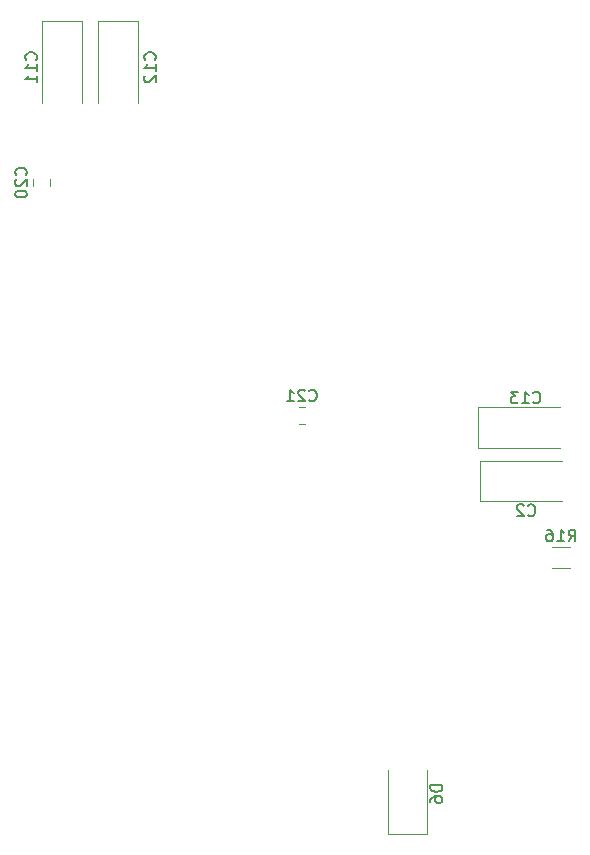
<source format=gbr>
%TF.GenerationSoftware,KiCad,Pcbnew,(6.0.0)*%
%TF.CreationDate,2022-01-09T15:16:55-05:00*%
%TF.ProjectId,Impedance_Analyzer_V2,496d7065-6461-46e6-9365-5f416e616c79,rev?*%
%TF.SameCoordinates,Original*%
%TF.FileFunction,Legend,Bot*%
%TF.FilePolarity,Positive*%
%FSLAX46Y46*%
G04 Gerber Fmt 4.6, Leading zero omitted, Abs format (unit mm)*
G04 Created by KiCad (PCBNEW (6.0.0)) date 2022-01-09 15:16:55*
%MOMM*%
%LPD*%
G01*
G04 APERTURE LIST*
%ADD10C,0.150000*%
%ADD11C,0.120000*%
G04 APERTURE END LIST*
D10*
%TO.C,C20*%
X100677142Y-80607142D02*
X100724761Y-80559523D01*
X100772380Y-80416666D01*
X100772380Y-80321428D01*
X100724761Y-80178571D01*
X100629523Y-80083333D01*
X100534285Y-80035714D01*
X100343809Y-79988095D01*
X100200952Y-79988095D01*
X100010476Y-80035714D01*
X99915238Y-80083333D01*
X99820000Y-80178571D01*
X99772380Y-80321428D01*
X99772380Y-80416666D01*
X99820000Y-80559523D01*
X99867619Y-80607142D01*
X99867619Y-80988095D02*
X99820000Y-81035714D01*
X99772380Y-81130952D01*
X99772380Y-81369047D01*
X99820000Y-81464285D01*
X99867619Y-81511904D01*
X99962857Y-81559523D01*
X100058095Y-81559523D01*
X100200952Y-81511904D01*
X100772380Y-80940476D01*
X100772380Y-81559523D01*
X99772380Y-82178571D02*
X99772380Y-82273809D01*
X99820000Y-82369047D01*
X99867619Y-82416666D01*
X99962857Y-82464285D01*
X100153333Y-82511904D01*
X100391428Y-82511904D01*
X100581904Y-82464285D01*
X100677142Y-82416666D01*
X100724761Y-82369047D01*
X100772380Y-82273809D01*
X100772380Y-82178571D01*
X100724761Y-82083333D01*
X100677142Y-82035714D01*
X100581904Y-81988095D01*
X100391428Y-81940476D01*
X100153333Y-81940476D01*
X99962857Y-81988095D01*
X99867619Y-82035714D01*
X99820000Y-82083333D01*
X99772380Y-82178571D01*
%TO.C,C21*%
X124692857Y-99677142D02*
X124740476Y-99724761D01*
X124883333Y-99772380D01*
X124978571Y-99772380D01*
X125121428Y-99724761D01*
X125216666Y-99629523D01*
X125264285Y-99534285D01*
X125311904Y-99343809D01*
X125311904Y-99200952D01*
X125264285Y-99010476D01*
X125216666Y-98915238D01*
X125121428Y-98820000D01*
X124978571Y-98772380D01*
X124883333Y-98772380D01*
X124740476Y-98820000D01*
X124692857Y-98867619D01*
X124311904Y-98867619D02*
X124264285Y-98820000D01*
X124169047Y-98772380D01*
X123930952Y-98772380D01*
X123835714Y-98820000D01*
X123788095Y-98867619D01*
X123740476Y-98962857D01*
X123740476Y-99058095D01*
X123788095Y-99200952D01*
X124359523Y-99772380D01*
X123740476Y-99772380D01*
X122788095Y-99772380D02*
X123359523Y-99772380D01*
X123073809Y-99772380D02*
X123073809Y-98772380D01*
X123169047Y-98915238D01*
X123264285Y-99010476D01*
X123359523Y-99058095D01*
%TO.C,R16*%
X146642857Y-111632380D02*
X146976190Y-111156190D01*
X147214285Y-111632380D02*
X147214285Y-110632380D01*
X146833333Y-110632380D01*
X146738095Y-110680000D01*
X146690476Y-110727619D01*
X146642857Y-110822857D01*
X146642857Y-110965714D01*
X146690476Y-111060952D01*
X146738095Y-111108571D01*
X146833333Y-111156190D01*
X147214285Y-111156190D01*
X145690476Y-111632380D02*
X146261904Y-111632380D01*
X145976190Y-111632380D02*
X145976190Y-110632380D01*
X146071428Y-110775238D01*
X146166666Y-110870476D01*
X146261904Y-110918095D01*
X144833333Y-110632380D02*
X145023809Y-110632380D01*
X145119047Y-110680000D01*
X145166666Y-110727619D01*
X145261904Y-110870476D01*
X145309523Y-111060952D01*
X145309523Y-111441904D01*
X145261904Y-111537142D01*
X145214285Y-111584761D01*
X145119047Y-111632380D01*
X144928571Y-111632380D01*
X144833333Y-111584761D01*
X144785714Y-111537142D01*
X144738095Y-111441904D01*
X144738095Y-111203809D01*
X144785714Y-111108571D01*
X144833333Y-111060952D01*
X144928571Y-111013333D01*
X145119047Y-111013333D01*
X145214285Y-111060952D01*
X145261904Y-111108571D01*
X145309523Y-111203809D01*
%TO.C,C12*%
X111607142Y-70857142D02*
X111654761Y-70809523D01*
X111702380Y-70666666D01*
X111702380Y-70571428D01*
X111654761Y-70428571D01*
X111559523Y-70333333D01*
X111464285Y-70285714D01*
X111273809Y-70238095D01*
X111130952Y-70238095D01*
X110940476Y-70285714D01*
X110845238Y-70333333D01*
X110750000Y-70428571D01*
X110702380Y-70571428D01*
X110702380Y-70666666D01*
X110750000Y-70809523D01*
X110797619Y-70857142D01*
X111702380Y-71809523D02*
X111702380Y-71238095D01*
X111702380Y-71523809D02*
X110702380Y-71523809D01*
X110845238Y-71428571D01*
X110940476Y-71333333D01*
X110988095Y-71238095D01*
X110797619Y-72190476D02*
X110750000Y-72238095D01*
X110702380Y-72333333D01*
X110702380Y-72571428D01*
X110750000Y-72666666D01*
X110797619Y-72714285D01*
X110892857Y-72761904D01*
X110988095Y-72761904D01*
X111130952Y-72714285D01*
X111702380Y-72142857D01*
X111702380Y-72761904D01*
%TO.C,C11*%
X101557142Y-70857142D02*
X101604761Y-70809523D01*
X101652380Y-70666666D01*
X101652380Y-70571428D01*
X101604761Y-70428571D01*
X101509523Y-70333333D01*
X101414285Y-70285714D01*
X101223809Y-70238095D01*
X101080952Y-70238095D01*
X100890476Y-70285714D01*
X100795238Y-70333333D01*
X100700000Y-70428571D01*
X100652380Y-70571428D01*
X100652380Y-70666666D01*
X100700000Y-70809523D01*
X100747619Y-70857142D01*
X101652380Y-71809523D02*
X101652380Y-71238095D01*
X101652380Y-71523809D02*
X100652380Y-71523809D01*
X100795238Y-71428571D01*
X100890476Y-71333333D01*
X100938095Y-71238095D01*
X101652380Y-72761904D02*
X101652380Y-72190476D01*
X101652380Y-72476190D02*
X100652380Y-72476190D01*
X100795238Y-72380952D01*
X100890476Y-72285714D01*
X100938095Y-72190476D01*
%TO.C,C13*%
X143642857Y-99857142D02*
X143690476Y-99904761D01*
X143833333Y-99952380D01*
X143928571Y-99952380D01*
X144071428Y-99904761D01*
X144166666Y-99809523D01*
X144214285Y-99714285D01*
X144261904Y-99523809D01*
X144261904Y-99380952D01*
X144214285Y-99190476D01*
X144166666Y-99095238D01*
X144071428Y-99000000D01*
X143928571Y-98952380D01*
X143833333Y-98952380D01*
X143690476Y-99000000D01*
X143642857Y-99047619D01*
X142690476Y-99952380D02*
X143261904Y-99952380D01*
X142976190Y-99952380D02*
X142976190Y-98952380D01*
X143071428Y-99095238D01*
X143166666Y-99190476D01*
X143261904Y-99238095D01*
X142357142Y-98952380D02*
X141738095Y-98952380D01*
X142071428Y-99333333D01*
X141928571Y-99333333D01*
X141833333Y-99380952D01*
X141785714Y-99428571D01*
X141738095Y-99523809D01*
X141738095Y-99761904D01*
X141785714Y-99857142D01*
X141833333Y-99904761D01*
X141928571Y-99952380D01*
X142214285Y-99952380D01*
X142309523Y-99904761D01*
X142357142Y-99857142D01*
%TO.C,C2*%
X143216666Y-109407142D02*
X143264285Y-109454761D01*
X143407142Y-109502380D01*
X143502380Y-109502380D01*
X143645238Y-109454761D01*
X143740476Y-109359523D01*
X143788095Y-109264285D01*
X143835714Y-109073809D01*
X143835714Y-108930952D01*
X143788095Y-108740476D01*
X143740476Y-108645238D01*
X143645238Y-108550000D01*
X143502380Y-108502380D01*
X143407142Y-108502380D01*
X143264285Y-108550000D01*
X143216666Y-108597619D01*
X142835714Y-108597619D02*
X142788095Y-108550000D01*
X142692857Y-108502380D01*
X142454761Y-108502380D01*
X142359523Y-108550000D01*
X142311904Y-108597619D01*
X142264285Y-108692857D01*
X142264285Y-108788095D01*
X142311904Y-108930952D01*
X142883333Y-109502380D01*
X142264285Y-109502380D01*
%TO.C,D6*%
X135952380Y-132261904D02*
X134952380Y-132261904D01*
X134952380Y-132500000D01*
X135000000Y-132642857D01*
X135095238Y-132738095D01*
X135190476Y-132785714D01*
X135380952Y-132833333D01*
X135523809Y-132833333D01*
X135714285Y-132785714D01*
X135809523Y-132738095D01*
X135904761Y-132642857D01*
X135952380Y-132500000D01*
X135952380Y-132261904D01*
X134952380Y-133690476D02*
X134952380Y-133500000D01*
X135000000Y-133404761D01*
X135047619Y-133357142D01*
X135190476Y-133261904D01*
X135380952Y-133214285D01*
X135761904Y-133214285D01*
X135857142Y-133261904D01*
X135904761Y-133309523D01*
X135952380Y-133404761D01*
X135952380Y-133595238D01*
X135904761Y-133690476D01*
X135857142Y-133738095D01*
X135761904Y-133785714D01*
X135523809Y-133785714D01*
X135428571Y-133738095D01*
X135380952Y-133690476D01*
X135333333Y-133595238D01*
X135333333Y-133404761D01*
X135380952Y-133309523D01*
X135428571Y-133261904D01*
X135523809Y-133214285D01*
D11*
%TO.C,C20*%
X102735000Y-80988748D02*
X102735000Y-81511252D01*
X101265000Y-80988748D02*
X101265000Y-81511252D01*
%TO.C,C21*%
X124311252Y-100265000D02*
X123788748Y-100265000D01*
X124311252Y-101735000D02*
X123788748Y-101735000D01*
%TO.C,R16*%
X146727064Y-112090000D02*
X145272936Y-112090000D01*
X146727064Y-113910000D02*
X145272936Y-113910000D01*
%TO.C,C12*%
X106790000Y-67565000D02*
X110210000Y-67565000D01*
X106790000Y-74500000D02*
X106790000Y-67565000D01*
X110210000Y-67565000D02*
X110210000Y-74500000D01*
%TO.C,C11*%
X102040000Y-74500000D02*
X102040000Y-67565000D01*
X105460000Y-67565000D02*
X105460000Y-74500000D01*
X102040000Y-67565000D02*
X105460000Y-67565000D01*
%TO.C,C13*%
X145950000Y-103710000D02*
X139015000Y-103710000D01*
X139015000Y-100290000D02*
X145950000Y-100290000D01*
X139015000Y-103710000D02*
X139015000Y-100290000D01*
%TO.C,C2*%
X146050000Y-108210000D02*
X139115000Y-108210000D01*
X139115000Y-108210000D02*
X139115000Y-104790000D01*
X139115000Y-104790000D02*
X146050000Y-104790000D01*
%TO.C,D6*%
X134650000Y-136400000D02*
X134650000Y-131000000D01*
X134650000Y-136400000D02*
X131350000Y-136400000D01*
X131350000Y-136400000D02*
X131350000Y-131000000D01*
%TD*%
M02*

</source>
